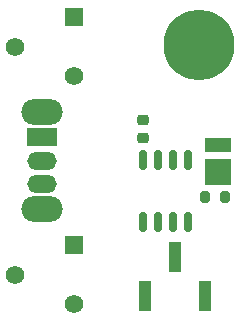
<source format=gts>
G04 #@! TF.GenerationSoftware,KiCad,Pcbnew,8.0.1*
G04 #@! TF.CreationDate,2024-07-25T21:09:20+08:00*
G04 #@! TF.ProjectId,555Sandbox,35353553-616e-4646-926f-782e6b696361,1.0.0*
G04 #@! TF.SameCoordinates,Original*
G04 #@! TF.FileFunction,Soldermask,Top*
G04 #@! TF.FilePolarity,Negative*
%FSLAX46Y46*%
G04 Gerber Fmt 4.6, Leading zero omitted, Abs format (unit mm)*
G04 Created by KiCad (PCBNEW 8.0.1) date 2024-07-25 21:09:20*
%MOMM*%
%LPD*%
G01*
G04 APERTURE LIST*
G04 Aperture macros list*
%AMRoundRect*
0 Rectangle with rounded corners*
0 $1 Rounding radius*
0 $2 $3 $4 $5 $6 $7 $8 $9 X,Y pos of 4 corners*
0 Add a 4 corners polygon primitive as box body*
4,1,4,$2,$3,$4,$5,$6,$7,$8,$9,$2,$3,0*
0 Add four circle primitives for the rounded corners*
1,1,$1+$1,$2,$3*
1,1,$1+$1,$4,$5*
1,1,$1+$1,$6,$7*
1,1,$1+$1,$8,$9*
0 Add four rect primitives between the rounded corners*
20,1,$1+$1,$2,$3,$4,$5,0*
20,1,$1+$1,$4,$5,$6,$7,0*
20,1,$1+$1,$6,$7,$8,$9,0*
20,1,$1+$1,$8,$9,$2,$3,0*%
G04 Aperture macros list end*
%ADD10R,1.000000X2.510000*%
%ADD11RoundRect,0.150000X-0.150000X0.675000X-0.150000X-0.675000X0.150000X-0.675000X0.150000X0.675000X0*%
%ADD12R,2.200000X2.200000*%
%ADD13R,2.200000X1.250000*%
%ADD14RoundRect,0.200000X0.200000X0.275000X-0.200000X0.275000X-0.200000X-0.275000X0.200000X-0.275000X0*%
%ADD15O,3.500000X2.200000*%
%ADD16R,2.500000X1.500000*%
%ADD17O,2.500000X1.500000*%
%ADD18RoundRect,0.225000X0.250000X-0.225000X0.250000X0.225000X-0.250000X0.225000X-0.250000X-0.225000X0*%
%ADD19R,1.560000X1.560000*%
%ADD20C,1.560000*%
%ADD21C,6.000000*%
G04 APERTURE END LIST*
D10*
X92440000Y-91905000D03*
X89900000Y-88595000D03*
X87360000Y-91905000D03*
D11*
X91005000Y-80375000D03*
X89735000Y-80375000D03*
X88465000Y-80375000D03*
X87195000Y-80375000D03*
X87195000Y-85625000D03*
X88465000Y-85625000D03*
X89735000Y-85625000D03*
X91005000Y-85625000D03*
D12*
X93500000Y-81400000D03*
D13*
X93500000Y-79125000D03*
D14*
X94125000Y-83500000D03*
X92475000Y-83500000D03*
D15*
X78650000Y-76350000D03*
X78650000Y-84550000D03*
D16*
X78650000Y-78450000D03*
D17*
X78650000Y-80450000D03*
X78650000Y-82450000D03*
D18*
X87200000Y-78575000D03*
X87200000Y-77025000D03*
D19*
X81350000Y-68300000D03*
D20*
X76350000Y-70800000D03*
X81350000Y-73300000D03*
D21*
X91950000Y-70700000D03*
D19*
X81390000Y-87600000D03*
D20*
X76390000Y-90100000D03*
X81390000Y-92600000D03*
M02*

</source>
